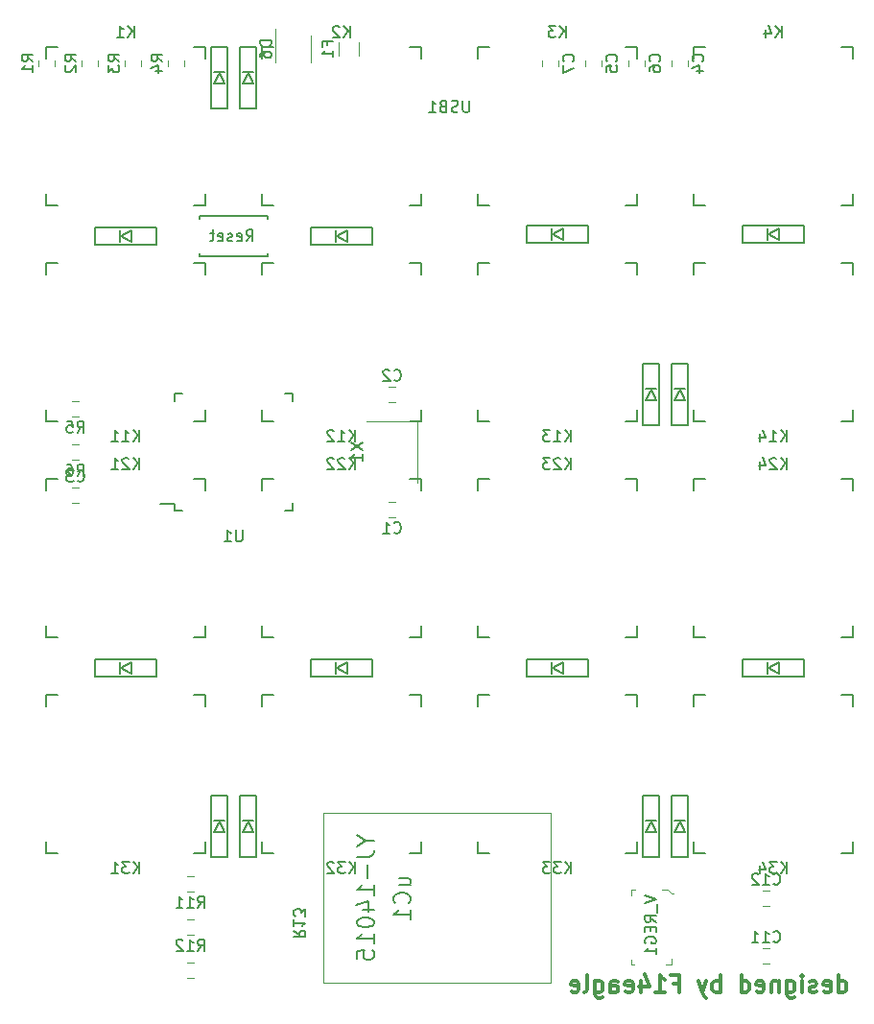
<source format=gbr>
G04 #@! TF.GenerationSoftware,KiCad,Pcbnew,(5.1.2)-2*
G04 #@! TF.CreationDate,2020-01-01T19:17:51+08:00*
G04 #@! TF.ProjectId,redox-receiver,7265646f-782d-4726-9563-65697665722e,rev?*
G04 #@! TF.SameCoordinates,Original*
G04 #@! TF.FileFunction,Legend,Bot*
G04 #@! TF.FilePolarity,Positive*
%FSLAX46Y46*%
G04 Gerber Fmt 4.6, Leading zero omitted, Abs format (unit mm)*
G04 Created by KiCad (PCBNEW (5.1.2)-2) date 2020-01-01 19:17:51*
%MOMM*%
%LPD*%
G04 APERTURE LIST*
%ADD10C,0.300000*%
%ADD11C,0.120000*%
%ADD12C,0.150000*%
%ADD13C,0.100000*%
%ADD14C,0.152400*%
G04 APERTURE END LIST*
D10*
X148624285Y-145458571D02*
X148624285Y-143958571D01*
X148624285Y-145387142D02*
X148767142Y-145458571D01*
X149052857Y-145458571D01*
X149195714Y-145387142D01*
X149267142Y-145315714D01*
X149338571Y-145172857D01*
X149338571Y-144744285D01*
X149267142Y-144601428D01*
X149195714Y-144530000D01*
X149052857Y-144458571D01*
X148767142Y-144458571D01*
X148624285Y-144530000D01*
X147338571Y-145387142D02*
X147481428Y-145458571D01*
X147767142Y-145458571D01*
X147910000Y-145387142D01*
X147981428Y-145244285D01*
X147981428Y-144672857D01*
X147910000Y-144530000D01*
X147767142Y-144458571D01*
X147481428Y-144458571D01*
X147338571Y-144530000D01*
X147267142Y-144672857D01*
X147267142Y-144815714D01*
X147981428Y-144958571D01*
X146695714Y-145387142D02*
X146552857Y-145458571D01*
X146267142Y-145458571D01*
X146124285Y-145387142D01*
X146052857Y-145244285D01*
X146052857Y-145172857D01*
X146124285Y-145030000D01*
X146267142Y-144958571D01*
X146481428Y-144958571D01*
X146624285Y-144887142D01*
X146695714Y-144744285D01*
X146695714Y-144672857D01*
X146624285Y-144530000D01*
X146481428Y-144458571D01*
X146267142Y-144458571D01*
X146124285Y-144530000D01*
X145410000Y-145458571D02*
X145410000Y-144458571D01*
X145410000Y-143958571D02*
X145481428Y-144030000D01*
X145410000Y-144101428D01*
X145338571Y-144030000D01*
X145410000Y-143958571D01*
X145410000Y-144101428D01*
X144052857Y-144458571D02*
X144052857Y-145672857D01*
X144124285Y-145815714D01*
X144195714Y-145887142D01*
X144338571Y-145958571D01*
X144552857Y-145958571D01*
X144695714Y-145887142D01*
X144052857Y-145387142D02*
X144195714Y-145458571D01*
X144481428Y-145458571D01*
X144624285Y-145387142D01*
X144695714Y-145315714D01*
X144767142Y-145172857D01*
X144767142Y-144744285D01*
X144695714Y-144601428D01*
X144624285Y-144530000D01*
X144481428Y-144458571D01*
X144195714Y-144458571D01*
X144052857Y-144530000D01*
X143338571Y-144458571D02*
X143338571Y-145458571D01*
X143338571Y-144601428D02*
X143267142Y-144530000D01*
X143124285Y-144458571D01*
X142910000Y-144458571D01*
X142767142Y-144530000D01*
X142695714Y-144672857D01*
X142695714Y-145458571D01*
X141410000Y-145387142D02*
X141552857Y-145458571D01*
X141838571Y-145458571D01*
X141981428Y-145387142D01*
X142052857Y-145244285D01*
X142052857Y-144672857D01*
X141981428Y-144530000D01*
X141838571Y-144458571D01*
X141552857Y-144458571D01*
X141410000Y-144530000D01*
X141338571Y-144672857D01*
X141338571Y-144815714D01*
X142052857Y-144958571D01*
X140052857Y-145458571D02*
X140052857Y-143958571D01*
X140052857Y-145387142D02*
X140195714Y-145458571D01*
X140481428Y-145458571D01*
X140624285Y-145387142D01*
X140695714Y-145315714D01*
X140767142Y-145172857D01*
X140767142Y-144744285D01*
X140695714Y-144601428D01*
X140624285Y-144530000D01*
X140481428Y-144458571D01*
X140195714Y-144458571D01*
X140052857Y-144530000D01*
X138195714Y-145458571D02*
X138195714Y-143958571D01*
X138195714Y-144530000D02*
X138052857Y-144458571D01*
X137767142Y-144458571D01*
X137624285Y-144530000D01*
X137552857Y-144601428D01*
X137481428Y-144744285D01*
X137481428Y-145172857D01*
X137552857Y-145315714D01*
X137624285Y-145387142D01*
X137767142Y-145458571D01*
X138052857Y-145458571D01*
X138195714Y-145387142D01*
X136981428Y-144458571D02*
X136624285Y-145458571D01*
X136267142Y-144458571D02*
X136624285Y-145458571D01*
X136767142Y-145815714D01*
X136838571Y-145887142D01*
X136981428Y-145958571D01*
X134052857Y-144672857D02*
X134552857Y-144672857D01*
X134552857Y-145458571D02*
X134552857Y-143958571D01*
X133838571Y-143958571D01*
X132481428Y-145458571D02*
X133338571Y-145458571D01*
X132910000Y-145458571D02*
X132910000Y-143958571D01*
X133052857Y-144172857D01*
X133195714Y-144315714D01*
X133338571Y-144387142D01*
X131195714Y-144458571D02*
X131195714Y-145458571D01*
X131552857Y-143887142D02*
X131910000Y-144958571D01*
X130981428Y-144958571D01*
X129838571Y-145387142D02*
X129981428Y-145458571D01*
X130267142Y-145458571D01*
X130410000Y-145387142D01*
X130481428Y-145244285D01*
X130481428Y-144672857D01*
X130410000Y-144530000D01*
X130267142Y-144458571D01*
X129981428Y-144458571D01*
X129838571Y-144530000D01*
X129767142Y-144672857D01*
X129767142Y-144815714D01*
X130481428Y-144958571D01*
X128481428Y-145458571D02*
X128481428Y-144672857D01*
X128552857Y-144530000D01*
X128695714Y-144458571D01*
X128981428Y-144458571D01*
X129124285Y-144530000D01*
X128481428Y-145387142D02*
X128624285Y-145458571D01*
X128981428Y-145458571D01*
X129124285Y-145387142D01*
X129195714Y-145244285D01*
X129195714Y-145101428D01*
X129124285Y-144958571D01*
X128981428Y-144887142D01*
X128624285Y-144887142D01*
X128481428Y-144815714D01*
X127124285Y-144458571D02*
X127124285Y-145672857D01*
X127195714Y-145815714D01*
X127267142Y-145887142D01*
X127410000Y-145958571D01*
X127624285Y-145958571D01*
X127767142Y-145887142D01*
X127124285Y-145387142D02*
X127267142Y-145458571D01*
X127552857Y-145458571D01*
X127695714Y-145387142D01*
X127767142Y-145315714D01*
X127838571Y-145172857D01*
X127838571Y-144744285D01*
X127767142Y-144601428D01*
X127695714Y-144530000D01*
X127552857Y-144458571D01*
X127267142Y-144458571D01*
X127124285Y-144530000D01*
X126195714Y-145458571D02*
X126338571Y-145387142D01*
X126410000Y-145244285D01*
X126410000Y-143958571D01*
X125052857Y-145387142D02*
X125195714Y-145458571D01*
X125481428Y-145458571D01*
X125624285Y-145387142D01*
X125695714Y-145244285D01*
X125695714Y-144672857D01*
X125624285Y-144530000D01*
X125481428Y-144458571D01*
X125195714Y-144458571D01*
X125052857Y-144530000D01*
X124981428Y-144672857D01*
X124981428Y-144815714D01*
X125695714Y-144958571D01*
D11*
X111470000Y-95090000D02*
X111470000Y-100490000D01*
X106970000Y-95090000D02*
X111470000Y-95090000D01*
X106320000Y-61627936D02*
X106320000Y-62832064D01*
X104500000Y-61627936D02*
X104500000Y-62832064D01*
X81018748Y-97080000D02*
X81541252Y-97080000D01*
X81018748Y-98500000D02*
X81541252Y-98500000D01*
X81018748Y-93270000D02*
X81541252Y-93270000D01*
X81018748Y-94690000D02*
X81541252Y-94690000D01*
X90880000Y-63238748D02*
X90880000Y-63761252D01*
X89460000Y-63238748D02*
X89460000Y-63761252D01*
X87070000Y-63238748D02*
X87070000Y-63761252D01*
X85650000Y-63238748D02*
X85650000Y-63761252D01*
X83260000Y-63238748D02*
X83260000Y-63761252D01*
X81840000Y-63238748D02*
X81840000Y-63761252D01*
X79450000Y-63238748D02*
X79450000Y-63761252D01*
X78030000Y-63238748D02*
X78030000Y-63761252D01*
X142501252Y-137870000D02*
X141978748Y-137870000D01*
X142501252Y-136450000D02*
X141978748Y-136450000D01*
X142501252Y-142950000D02*
X141978748Y-142950000D01*
X142501252Y-141530000D02*
X141978748Y-141530000D01*
X122480000Y-63761252D02*
X122480000Y-63238748D01*
X123900000Y-63761252D02*
X123900000Y-63238748D01*
X130100000Y-63761252D02*
X130100000Y-63238748D01*
X131520000Y-63761252D02*
X131520000Y-63238748D01*
X126290000Y-63761252D02*
X126290000Y-63238748D01*
X127710000Y-63761252D02*
X127710000Y-63238748D01*
X133910000Y-63761252D02*
X133910000Y-63238748D01*
X135330000Y-63761252D02*
X135330000Y-63238748D01*
X81541252Y-102310000D02*
X81018748Y-102310000D01*
X81541252Y-100890000D02*
X81018748Y-100890000D01*
X109481252Y-93420000D02*
X108958748Y-93420000D01*
X109481252Y-92000000D02*
X108958748Y-92000000D01*
X108958748Y-102160000D02*
X109481252Y-102160000D01*
X108958748Y-103580000D02*
X109481252Y-103580000D01*
D12*
X90075000Y-102390000D02*
X88800000Y-102390000D01*
X100425000Y-102965000D02*
X99750000Y-102965000D01*
X100425000Y-92615000D02*
X99750000Y-92615000D01*
X90075000Y-92615000D02*
X90750000Y-92615000D01*
X90075000Y-102965000D02*
X90750000Y-102965000D01*
X90075000Y-92615000D02*
X90075000Y-93290000D01*
X100425000Y-92615000D02*
X100425000Y-93290000D01*
X100425000Y-102965000D02*
X100425000Y-102290000D01*
X90075000Y-102965000D02*
X90075000Y-102390000D01*
D11*
X98950000Y-63430000D02*
X98950000Y-60480000D01*
X102050000Y-61030000D02*
X102050000Y-63430000D01*
D12*
X92250000Y-77240000D02*
X92250000Y-76990000D01*
X92250000Y-76990000D02*
X98250000Y-76990000D01*
X98250000Y-76990000D02*
X98250000Y-77240000D01*
X98250000Y-80240000D02*
X98250000Y-80490000D01*
X98250000Y-80490000D02*
X92250000Y-80490000D01*
X92250000Y-80490000D02*
X92250000Y-80240000D01*
D13*
X123190000Y-129661920D02*
X123190000Y-144658080D01*
X123190000Y-144658080D02*
X103190040Y-144658080D01*
X103190040Y-144658080D02*
X103190040Y-129661920D01*
X103190040Y-129661920D02*
X123190000Y-129661920D01*
X130305000Y-142975000D02*
X130605000Y-142975000D01*
X130305000Y-142600000D02*
X130305000Y-142975000D01*
X130305000Y-136425000D02*
X130705000Y-136425000D01*
X130305000Y-136925000D02*
X130305000Y-136425000D01*
X133855000Y-142975000D02*
X133855000Y-142525000D01*
X133380000Y-142975000D02*
X133855000Y-142975000D01*
X133855000Y-136725000D02*
X134050000Y-136725000D01*
X133530000Y-136425000D02*
X133855000Y-136725000D01*
X133055000Y-136425000D02*
X133530000Y-136425000D01*
D11*
X91178748Y-142800000D02*
X91701252Y-142800000D01*
X91178748Y-144220000D02*
X91701252Y-144220000D01*
X91178748Y-138990000D02*
X91701252Y-138990000D01*
X91178748Y-140410000D02*
X91701252Y-140410000D01*
X91178748Y-135180000D02*
X91701252Y-135180000D01*
X91178748Y-136600000D02*
X91701252Y-136600000D01*
D12*
X149875000Y-119206000D02*
X149875000Y-120206000D01*
X148875000Y-119206000D02*
X149875000Y-119206000D01*
X149875000Y-133206000D02*
X148875000Y-133206000D01*
X149875000Y-132206000D02*
X149875000Y-133206000D01*
X135875000Y-133206000D02*
X135875000Y-132206000D01*
X136875000Y-133206000D02*
X135875000Y-133206000D01*
X135875000Y-119206000D02*
X136875000Y-119206000D01*
X135875000Y-120206000D02*
X135875000Y-119206000D01*
X130825000Y-119206000D02*
X130825000Y-120206000D01*
X129825000Y-119206000D02*
X130825000Y-119206000D01*
X130825000Y-133206000D02*
X129825000Y-133206000D01*
X130825000Y-132206000D02*
X130825000Y-133206000D01*
X116825000Y-133206000D02*
X116825000Y-132206000D01*
X117825000Y-133206000D02*
X116825000Y-133206000D01*
X116825000Y-119206000D02*
X117825000Y-119206000D01*
X116825000Y-120206000D02*
X116825000Y-119206000D01*
X111775000Y-119206000D02*
X111775000Y-120206000D01*
X110775000Y-119206000D02*
X111775000Y-119206000D01*
X111775000Y-133206000D02*
X110775000Y-133206000D01*
X111775000Y-132206000D02*
X111775000Y-133206000D01*
X97775000Y-133206000D02*
X97775000Y-132206000D01*
X98775000Y-133206000D02*
X97775000Y-133206000D01*
X97775000Y-119206000D02*
X98775000Y-119206000D01*
X97775000Y-120206000D02*
X97775000Y-119206000D01*
X92725000Y-119206000D02*
X92725000Y-120206000D01*
X91725000Y-119206000D02*
X92725000Y-119206000D01*
X92725000Y-133206000D02*
X91725000Y-133206000D01*
X92725000Y-132206000D02*
X92725000Y-133206000D01*
X78725000Y-133206000D02*
X78725000Y-132206000D01*
X79725000Y-133206000D02*
X78725000Y-133206000D01*
X78725000Y-119206000D02*
X79725000Y-119206000D01*
X78725000Y-120206000D02*
X78725000Y-119206000D01*
X135875000Y-114156000D02*
X135875000Y-113156000D01*
X136875000Y-114156000D02*
X135875000Y-114156000D01*
X135875000Y-100156000D02*
X136875000Y-100156000D01*
X135875000Y-101156000D02*
X135875000Y-100156000D01*
X149875000Y-100156000D02*
X149875000Y-101156000D01*
X148875000Y-100156000D02*
X149875000Y-100156000D01*
X149875000Y-114156000D02*
X148875000Y-114156000D01*
X149875000Y-113156000D02*
X149875000Y-114156000D01*
X116825000Y-114156000D02*
X116825000Y-113156000D01*
X117825000Y-114156000D02*
X116825000Y-114156000D01*
X116825000Y-100156000D02*
X117825000Y-100156000D01*
X116825000Y-101156000D02*
X116825000Y-100156000D01*
X130825000Y-100156000D02*
X130825000Y-101156000D01*
X129825000Y-100156000D02*
X130825000Y-100156000D01*
X130825000Y-114156000D02*
X129825000Y-114156000D01*
X130825000Y-113156000D02*
X130825000Y-114156000D01*
X97775000Y-114156000D02*
X97775000Y-113156000D01*
X98775000Y-114156000D02*
X97775000Y-114156000D01*
X97775000Y-100156000D02*
X98775000Y-100156000D01*
X97775000Y-101156000D02*
X97775000Y-100156000D01*
X111775000Y-100156000D02*
X111775000Y-101156000D01*
X110775000Y-100156000D02*
X111775000Y-100156000D01*
X111775000Y-114156000D02*
X110775000Y-114156000D01*
X111775000Y-113156000D02*
X111775000Y-114156000D01*
X78725000Y-114156000D02*
X78725000Y-113156000D01*
X79725000Y-114156000D02*
X78725000Y-114156000D01*
X78725000Y-100156000D02*
X79725000Y-100156000D01*
X78725000Y-101156000D02*
X78725000Y-100156000D01*
X92725000Y-100156000D02*
X92725000Y-101156000D01*
X91725000Y-100156000D02*
X92725000Y-100156000D01*
X92725000Y-114156000D02*
X91725000Y-114156000D01*
X92725000Y-113156000D02*
X92725000Y-114156000D01*
X149875000Y-81106200D02*
X149875000Y-82106200D01*
X148875000Y-81106200D02*
X149875000Y-81106200D01*
X149875000Y-95106200D02*
X148875000Y-95106200D01*
X149875000Y-94106200D02*
X149875000Y-95106200D01*
X135875000Y-95106200D02*
X135875000Y-94106200D01*
X136875000Y-95106200D02*
X135875000Y-95106200D01*
X135875000Y-81106200D02*
X136875000Y-81106200D01*
X135875000Y-82106200D02*
X135875000Y-81106200D01*
X130825000Y-81106200D02*
X130825000Y-82106200D01*
X129825000Y-81106200D02*
X130825000Y-81106200D01*
X130825000Y-95106200D02*
X129825000Y-95106200D01*
X130825000Y-94106200D02*
X130825000Y-95106200D01*
X116825000Y-95106200D02*
X116825000Y-94106200D01*
X117825000Y-95106200D02*
X116825000Y-95106200D01*
X116825000Y-81106200D02*
X117825000Y-81106200D01*
X116825000Y-82106200D02*
X116825000Y-81106200D01*
X111775000Y-81106200D02*
X111775000Y-82106200D01*
X110775000Y-81106200D02*
X111775000Y-81106200D01*
X111775000Y-95106200D02*
X110775000Y-95106200D01*
X111775000Y-94106200D02*
X111775000Y-95106200D01*
X97775000Y-95106200D02*
X97775000Y-94106200D01*
X98775000Y-95106200D02*
X97775000Y-95106200D01*
X97775000Y-81106200D02*
X98775000Y-81106200D01*
X97775000Y-82106200D02*
X97775000Y-81106200D01*
X92725000Y-81106200D02*
X92725000Y-82106200D01*
X91725000Y-81106200D02*
X92725000Y-81106200D01*
X92725000Y-95106200D02*
X91725000Y-95106200D01*
X92725000Y-94106200D02*
X92725000Y-95106200D01*
X78725000Y-95106200D02*
X78725000Y-94106200D01*
X79725000Y-95106200D02*
X78725000Y-95106200D01*
X78725000Y-81106200D02*
X79725000Y-81106200D01*
X78725000Y-82106200D02*
X78725000Y-81106200D01*
X135875000Y-76056200D02*
X135875000Y-75056200D01*
X136875000Y-76056200D02*
X135875000Y-76056200D01*
X135875000Y-62056200D02*
X136875000Y-62056200D01*
X135875000Y-63056200D02*
X135875000Y-62056200D01*
X149875000Y-62056200D02*
X149875000Y-63056200D01*
X148875000Y-62056200D02*
X149875000Y-62056200D01*
X149875000Y-76056200D02*
X148875000Y-76056200D01*
X149875000Y-75056200D02*
X149875000Y-76056200D01*
X116825000Y-76056200D02*
X116825000Y-75056200D01*
X117825000Y-76056200D02*
X116825000Y-76056200D01*
X116825000Y-62056200D02*
X117825000Y-62056200D01*
X116825000Y-63056200D02*
X116825000Y-62056200D01*
X130825000Y-62056200D02*
X130825000Y-63056200D01*
X129825000Y-62056200D02*
X130825000Y-62056200D01*
X130825000Y-76056200D02*
X129825000Y-76056200D01*
X130825000Y-75056200D02*
X130825000Y-76056200D01*
X97775000Y-76056200D02*
X97775000Y-75056200D01*
X98775000Y-76056200D02*
X97775000Y-76056200D01*
X97775000Y-62056200D02*
X98775000Y-62056200D01*
X97775000Y-63056200D02*
X97775000Y-62056200D01*
X111775000Y-62056200D02*
X111775000Y-63056200D01*
X110775000Y-62056200D02*
X111775000Y-62056200D01*
X111775000Y-76056200D02*
X110775000Y-76056200D01*
X111775000Y-75056200D02*
X111775000Y-76056200D01*
X78725000Y-76056200D02*
X78725000Y-75056200D01*
X79725000Y-76056200D02*
X78725000Y-76056200D01*
X78725000Y-62056200D02*
X79725000Y-62056200D01*
X78725000Y-63056200D02*
X78725000Y-62056200D01*
X92725000Y-62056200D02*
X92725000Y-63056200D01*
X91725000Y-62056200D02*
X92725000Y-62056200D01*
X92725000Y-76056200D02*
X91725000Y-76056200D01*
X92725000Y-75056200D02*
X92725000Y-76056200D01*
X133870000Y-133510000D02*
X135370000Y-133510000D01*
X133870000Y-128110000D02*
X133870000Y-133510000D01*
X135370000Y-128110000D02*
X133870000Y-128110000D01*
X135370000Y-133510000D02*
X135370000Y-128110000D01*
X134120000Y-131310000D02*
X134620000Y-130410000D01*
X135120000Y-131310000D02*
X134120000Y-131310000D01*
X134620000Y-130410000D02*
X135120000Y-131310000D01*
X135120000Y-130310000D02*
X134120000Y-130310000D01*
X131330000Y-133510000D02*
X132830000Y-133510000D01*
X131330000Y-128110000D02*
X131330000Y-133510000D01*
X132830000Y-128110000D02*
X131330000Y-128110000D01*
X132830000Y-133510000D02*
X132830000Y-128110000D01*
X131580000Y-131310000D02*
X132080000Y-130410000D01*
X132580000Y-131310000D02*
X131580000Y-131310000D01*
X132080000Y-130410000D02*
X132580000Y-131310000D01*
X132580000Y-130310000D02*
X131580000Y-130310000D01*
X95770000Y-133510000D02*
X97270000Y-133510000D01*
X95770000Y-128110000D02*
X95770000Y-133510000D01*
X97270000Y-128110000D02*
X95770000Y-128110000D01*
X97270000Y-133510000D02*
X97270000Y-128110000D01*
X96020000Y-131310000D02*
X96520000Y-130410000D01*
X97020000Y-131310000D02*
X96020000Y-131310000D01*
X96520000Y-130410000D02*
X97020000Y-131310000D01*
X97020000Y-130310000D02*
X96020000Y-130310000D01*
X93230000Y-133510000D02*
X94730000Y-133510000D01*
X93230000Y-128110000D02*
X93230000Y-133510000D01*
X94730000Y-128110000D02*
X93230000Y-128110000D01*
X94730000Y-133510000D02*
X94730000Y-128110000D01*
X93480000Y-131310000D02*
X93980000Y-130410000D01*
X94480000Y-131310000D02*
X93480000Y-131310000D01*
X93980000Y-130410000D02*
X94480000Y-131310000D01*
X94480000Y-130310000D02*
X93480000Y-130310000D01*
X145575000Y-117590000D02*
X145575000Y-116090000D01*
X140175000Y-117590000D02*
X145575000Y-117590000D01*
X140175000Y-116090000D02*
X140175000Y-117590000D01*
X145575000Y-116090000D02*
X140175000Y-116090000D01*
X143375000Y-117340000D02*
X142475000Y-116840000D01*
X143375000Y-116340000D02*
X143375000Y-117340000D01*
X142475000Y-116840000D02*
X143375000Y-116340000D01*
X142375000Y-116340000D02*
X142375000Y-117340000D01*
X126492000Y-117590000D02*
X126492000Y-116090000D01*
X121092000Y-117590000D02*
X126492000Y-117590000D01*
X121092000Y-116090000D02*
X121092000Y-117590000D01*
X126492000Y-116090000D02*
X121092000Y-116090000D01*
X124292000Y-117340000D02*
X123392000Y-116840000D01*
X124292000Y-116340000D02*
X124292000Y-117340000D01*
X123392000Y-116840000D02*
X124292000Y-116340000D01*
X123292000Y-116340000D02*
X123292000Y-117340000D01*
X107475000Y-117590000D02*
X107475000Y-116090000D01*
X102075000Y-117590000D02*
X107475000Y-117590000D01*
X102075000Y-116090000D02*
X102075000Y-117590000D01*
X107475000Y-116090000D02*
X102075000Y-116090000D01*
X105275000Y-117340000D02*
X104375000Y-116840000D01*
X105275000Y-116340000D02*
X105275000Y-117340000D01*
X104375000Y-116840000D02*
X105275000Y-116340000D01*
X104275000Y-116340000D02*
X104275000Y-117340000D01*
X88425000Y-117590000D02*
X88425000Y-116090000D01*
X83025000Y-117590000D02*
X88425000Y-117590000D01*
X83025000Y-116090000D02*
X83025000Y-117590000D01*
X88425000Y-116090000D02*
X83025000Y-116090000D01*
X86225000Y-117340000D02*
X85325000Y-116840000D01*
X86225000Y-116340000D02*
X86225000Y-117340000D01*
X85325000Y-116840000D02*
X86225000Y-116340000D01*
X85225000Y-116340000D02*
X85225000Y-117340000D01*
X133870000Y-95410000D02*
X135370000Y-95410000D01*
X133870000Y-90010000D02*
X133870000Y-95410000D01*
X135370000Y-90010000D02*
X133870000Y-90010000D01*
X135370000Y-95410000D02*
X135370000Y-90010000D01*
X134120000Y-93210000D02*
X134620000Y-92310000D01*
X135120000Y-93210000D02*
X134120000Y-93210000D01*
X134620000Y-92310000D02*
X135120000Y-93210000D01*
X135120000Y-92210000D02*
X134120000Y-92210000D01*
X131330000Y-95410000D02*
X132830000Y-95410000D01*
X131330000Y-90010000D02*
X131330000Y-95410000D01*
X132830000Y-90010000D02*
X131330000Y-90010000D01*
X132830000Y-95410000D02*
X132830000Y-90010000D01*
X131580000Y-93210000D02*
X132080000Y-92310000D01*
X132580000Y-93210000D02*
X131580000Y-93210000D01*
X132080000Y-92310000D02*
X132580000Y-93210000D01*
X132580000Y-92210000D02*
X131580000Y-92210000D01*
X107475000Y-79490000D02*
X107475000Y-77990000D01*
X102075000Y-79490000D02*
X107475000Y-79490000D01*
X102075000Y-77990000D02*
X102075000Y-79490000D01*
X107475000Y-77990000D02*
X102075000Y-77990000D01*
X105275000Y-79240000D02*
X104375000Y-78740000D01*
X105275000Y-78240000D02*
X105275000Y-79240000D01*
X104375000Y-78740000D02*
X105275000Y-78240000D01*
X104275000Y-78240000D02*
X104275000Y-79240000D01*
X88425000Y-79490000D02*
X88425000Y-77990000D01*
X83025000Y-79490000D02*
X88425000Y-79490000D01*
X83025000Y-77990000D02*
X83025000Y-79490000D01*
X88425000Y-77990000D02*
X83025000Y-77990000D01*
X86225000Y-79240000D02*
X85325000Y-78740000D01*
X86225000Y-78240000D02*
X86225000Y-79240000D01*
X85325000Y-78740000D02*
X86225000Y-78240000D01*
X85225000Y-78240000D02*
X85225000Y-79240000D01*
X145575000Y-79331200D02*
X145575000Y-77831200D01*
X140175000Y-79331200D02*
X145575000Y-79331200D01*
X140175000Y-77831200D02*
X140175000Y-79331200D01*
X145575000Y-77831200D02*
X140175000Y-77831200D01*
X143375000Y-79081200D02*
X142475000Y-78581200D01*
X143375000Y-78081200D02*
X143375000Y-79081200D01*
X142475000Y-78581200D02*
X143375000Y-78081200D01*
X142375000Y-78081200D02*
X142375000Y-79081200D01*
X126525000Y-79331200D02*
X126525000Y-77831200D01*
X121125000Y-79331200D02*
X126525000Y-79331200D01*
X121125000Y-77831200D02*
X121125000Y-79331200D01*
X126525000Y-77831200D02*
X121125000Y-77831200D01*
X124325000Y-79081200D02*
X123425000Y-78581200D01*
X124325000Y-78081200D02*
X124325000Y-79081200D01*
X123425000Y-78581200D02*
X124325000Y-78081200D01*
X123325000Y-78081200D02*
X123325000Y-79081200D01*
X95770000Y-67470000D02*
X97270000Y-67470000D01*
X95770000Y-62070000D02*
X95770000Y-67470000D01*
X97270000Y-62070000D02*
X95770000Y-62070000D01*
X97270000Y-67470000D02*
X97270000Y-62070000D01*
X96020000Y-65270000D02*
X96520000Y-64370000D01*
X97020000Y-65270000D02*
X96020000Y-65270000D01*
X96520000Y-64370000D02*
X97020000Y-65270000D01*
X97020000Y-64270000D02*
X96020000Y-64270000D01*
X93230000Y-67470000D02*
X94730000Y-67470000D01*
X93230000Y-62070000D02*
X93230000Y-67470000D01*
X94730000Y-62070000D02*
X93230000Y-62070000D01*
X94730000Y-67470000D02*
X94730000Y-62070000D01*
X93480000Y-65270000D02*
X93980000Y-64370000D01*
X94480000Y-65270000D02*
X93480000Y-65270000D01*
X93980000Y-64370000D02*
X94480000Y-65270000D01*
X94480000Y-64270000D02*
X93480000Y-64270000D01*
X105622380Y-96980476D02*
X106622380Y-97647142D01*
X105622380Y-97647142D02*
X106622380Y-96980476D01*
X106622380Y-98551904D02*
X106622380Y-97980476D01*
X106622380Y-98266190D02*
X105622380Y-98266190D01*
X105765238Y-98170952D01*
X105860476Y-98075714D01*
X105908095Y-97980476D01*
X103518571Y-61896666D02*
X103518571Y-61563333D01*
X104042380Y-61563333D02*
X103042380Y-61563333D01*
X103042380Y-62039523D01*
X104042380Y-62944285D02*
X104042380Y-62372857D01*
X104042380Y-62658571D02*
X103042380Y-62658571D01*
X103185238Y-62563333D01*
X103280476Y-62468095D01*
X103328095Y-62372857D01*
X81446666Y-99892380D02*
X81780000Y-99416190D01*
X82018095Y-99892380D02*
X82018095Y-98892380D01*
X81637142Y-98892380D01*
X81541904Y-98940000D01*
X81494285Y-98987619D01*
X81446666Y-99082857D01*
X81446666Y-99225714D01*
X81494285Y-99320952D01*
X81541904Y-99368571D01*
X81637142Y-99416190D01*
X82018095Y-99416190D01*
X80589523Y-98892380D02*
X80780000Y-98892380D01*
X80875238Y-98940000D01*
X80922857Y-98987619D01*
X81018095Y-99130476D01*
X81065714Y-99320952D01*
X81065714Y-99701904D01*
X81018095Y-99797142D01*
X80970476Y-99844761D01*
X80875238Y-99892380D01*
X80684761Y-99892380D01*
X80589523Y-99844761D01*
X80541904Y-99797142D01*
X80494285Y-99701904D01*
X80494285Y-99463809D01*
X80541904Y-99368571D01*
X80589523Y-99320952D01*
X80684761Y-99273333D01*
X80875238Y-99273333D01*
X80970476Y-99320952D01*
X81018095Y-99368571D01*
X81065714Y-99463809D01*
X81446666Y-96082380D02*
X81780000Y-95606190D01*
X82018095Y-96082380D02*
X82018095Y-95082380D01*
X81637142Y-95082380D01*
X81541904Y-95130000D01*
X81494285Y-95177619D01*
X81446666Y-95272857D01*
X81446666Y-95415714D01*
X81494285Y-95510952D01*
X81541904Y-95558571D01*
X81637142Y-95606190D01*
X82018095Y-95606190D01*
X80541904Y-95082380D02*
X81018095Y-95082380D01*
X81065714Y-95558571D01*
X81018095Y-95510952D01*
X80922857Y-95463333D01*
X80684761Y-95463333D01*
X80589523Y-95510952D01*
X80541904Y-95558571D01*
X80494285Y-95653809D01*
X80494285Y-95891904D01*
X80541904Y-95987142D01*
X80589523Y-96034761D01*
X80684761Y-96082380D01*
X80922857Y-96082380D01*
X81018095Y-96034761D01*
X81065714Y-95987142D01*
X88972380Y-63333333D02*
X88496190Y-63000000D01*
X88972380Y-62761904D02*
X87972380Y-62761904D01*
X87972380Y-63142857D01*
X88020000Y-63238095D01*
X88067619Y-63285714D01*
X88162857Y-63333333D01*
X88305714Y-63333333D01*
X88400952Y-63285714D01*
X88448571Y-63238095D01*
X88496190Y-63142857D01*
X88496190Y-62761904D01*
X88305714Y-64190476D02*
X88972380Y-64190476D01*
X87924761Y-63952380D02*
X88639047Y-63714285D01*
X88639047Y-64333333D01*
X85162380Y-63333333D02*
X84686190Y-63000000D01*
X85162380Y-62761904D02*
X84162380Y-62761904D01*
X84162380Y-63142857D01*
X84210000Y-63238095D01*
X84257619Y-63285714D01*
X84352857Y-63333333D01*
X84495714Y-63333333D01*
X84590952Y-63285714D01*
X84638571Y-63238095D01*
X84686190Y-63142857D01*
X84686190Y-62761904D01*
X84162380Y-63666666D02*
X84162380Y-64285714D01*
X84543333Y-63952380D01*
X84543333Y-64095238D01*
X84590952Y-64190476D01*
X84638571Y-64238095D01*
X84733809Y-64285714D01*
X84971904Y-64285714D01*
X85067142Y-64238095D01*
X85114761Y-64190476D01*
X85162380Y-64095238D01*
X85162380Y-63809523D01*
X85114761Y-63714285D01*
X85067142Y-63666666D01*
X81352380Y-63333333D02*
X80876190Y-63000000D01*
X81352380Y-62761904D02*
X80352380Y-62761904D01*
X80352380Y-63142857D01*
X80400000Y-63238095D01*
X80447619Y-63285714D01*
X80542857Y-63333333D01*
X80685714Y-63333333D01*
X80780952Y-63285714D01*
X80828571Y-63238095D01*
X80876190Y-63142857D01*
X80876190Y-62761904D01*
X80447619Y-63714285D02*
X80400000Y-63761904D01*
X80352380Y-63857142D01*
X80352380Y-64095238D01*
X80400000Y-64190476D01*
X80447619Y-64238095D01*
X80542857Y-64285714D01*
X80638095Y-64285714D01*
X80780952Y-64238095D01*
X81352380Y-63666666D01*
X81352380Y-64285714D01*
X77542380Y-63333333D02*
X77066190Y-63000000D01*
X77542380Y-62761904D02*
X76542380Y-62761904D01*
X76542380Y-63142857D01*
X76590000Y-63238095D01*
X76637619Y-63285714D01*
X76732857Y-63333333D01*
X76875714Y-63333333D01*
X76970952Y-63285714D01*
X77018571Y-63238095D01*
X77066190Y-63142857D01*
X77066190Y-62761904D01*
X77542380Y-64285714D02*
X77542380Y-63714285D01*
X77542380Y-64000000D02*
X76542380Y-64000000D01*
X76685238Y-63904761D01*
X76780476Y-63809523D01*
X76828095Y-63714285D01*
X142882857Y-135867142D02*
X142930476Y-135914761D01*
X143073333Y-135962380D01*
X143168571Y-135962380D01*
X143311428Y-135914761D01*
X143406666Y-135819523D01*
X143454285Y-135724285D01*
X143501904Y-135533809D01*
X143501904Y-135390952D01*
X143454285Y-135200476D01*
X143406666Y-135105238D01*
X143311428Y-135010000D01*
X143168571Y-134962380D01*
X143073333Y-134962380D01*
X142930476Y-135010000D01*
X142882857Y-135057619D01*
X141930476Y-135962380D02*
X142501904Y-135962380D01*
X142216190Y-135962380D02*
X142216190Y-134962380D01*
X142311428Y-135105238D01*
X142406666Y-135200476D01*
X142501904Y-135248095D01*
X141549523Y-135057619D02*
X141501904Y-135010000D01*
X141406666Y-134962380D01*
X141168571Y-134962380D01*
X141073333Y-135010000D01*
X141025714Y-135057619D01*
X140978095Y-135152857D01*
X140978095Y-135248095D01*
X141025714Y-135390952D01*
X141597142Y-135962380D01*
X140978095Y-135962380D01*
X142882857Y-140947142D02*
X142930476Y-140994761D01*
X143073333Y-141042380D01*
X143168571Y-141042380D01*
X143311428Y-140994761D01*
X143406666Y-140899523D01*
X143454285Y-140804285D01*
X143501904Y-140613809D01*
X143501904Y-140470952D01*
X143454285Y-140280476D01*
X143406666Y-140185238D01*
X143311428Y-140090000D01*
X143168571Y-140042380D01*
X143073333Y-140042380D01*
X142930476Y-140090000D01*
X142882857Y-140137619D01*
X141930476Y-141042380D02*
X142501904Y-141042380D01*
X142216190Y-141042380D02*
X142216190Y-140042380D01*
X142311428Y-140185238D01*
X142406666Y-140280476D01*
X142501904Y-140328095D01*
X140978095Y-141042380D02*
X141549523Y-141042380D01*
X141263809Y-141042380D02*
X141263809Y-140042380D01*
X141359047Y-140185238D01*
X141454285Y-140280476D01*
X141549523Y-140328095D01*
X125197142Y-63333333D02*
X125244761Y-63285714D01*
X125292380Y-63142857D01*
X125292380Y-63047619D01*
X125244761Y-62904761D01*
X125149523Y-62809523D01*
X125054285Y-62761904D01*
X124863809Y-62714285D01*
X124720952Y-62714285D01*
X124530476Y-62761904D01*
X124435238Y-62809523D01*
X124340000Y-62904761D01*
X124292380Y-63047619D01*
X124292380Y-63142857D01*
X124340000Y-63285714D01*
X124387619Y-63333333D01*
X124292380Y-63666666D02*
X124292380Y-64333333D01*
X125292380Y-63904761D01*
X132817142Y-63333333D02*
X132864761Y-63285714D01*
X132912380Y-63142857D01*
X132912380Y-63047619D01*
X132864761Y-62904761D01*
X132769523Y-62809523D01*
X132674285Y-62761904D01*
X132483809Y-62714285D01*
X132340952Y-62714285D01*
X132150476Y-62761904D01*
X132055238Y-62809523D01*
X131960000Y-62904761D01*
X131912380Y-63047619D01*
X131912380Y-63142857D01*
X131960000Y-63285714D01*
X132007619Y-63333333D01*
X131912380Y-64190476D02*
X131912380Y-64000000D01*
X131960000Y-63904761D01*
X132007619Y-63857142D01*
X132150476Y-63761904D01*
X132340952Y-63714285D01*
X132721904Y-63714285D01*
X132817142Y-63761904D01*
X132864761Y-63809523D01*
X132912380Y-63904761D01*
X132912380Y-64095238D01*
X132864761Y-64190476D01*
X132817142Y-64238095D01*
X132721904Y-64285714D01*
X132483809Y-64285714D01*
X132388571Y-64238095D01*
X132340952Y-64190476D01*
X132293333Y-64095238D01*
X132293333Y-63904761D01*
X132340952Y-63809523D01*
X132388571Y-63761904D01*
X132483809Y-63714285D01*
X129007142Y-63333333D02*
X129054761Y-63285714D01*
X129102380Y-63142857D01*
X129102380Y-63047619D01*
X129054761Y-62904761D01*
X128959523Y-62809523D01*
X128864285Y-62761904D01*
X128673809Y-62714285D01*
X128530952Y-62714285D01*
X128340476Y-62761904D01*
X128245238Y-62809523D01*
X128150000Y-62904761D01*
X128102380Y-63047619D01*
X128102380Y-63142857D01*
X128150000Y-63285714D01*
X128197619Y-63333333D01*
X128102380Y-64238095D02*
X128102380Y-63761904D01*
X128578571Y-63714285D01*
X128530952Y-63761904D01*
X128483333Y-63857142D01*
X128483333Y-64095238D01*
X128530952Y-64190476D01*
X128578571Y-64238095D01*
X128673809Y-64285714D01*
X128911904Y-64285714D01*
X129007142Y-64238095D01*
X129054761Y-64190476D01*
X129102380Y-64095238D01*
X129102380Y-63857142D01*
X129054761Y-63761904D01*
X129007142Y-63714285D01*
X136627142Y-63333333D02*
X136674761Y-63285714D01*
X136722380Y-63142857D01*
X136722380Y-63047619D01*
X136674761Y-62904761D01*
X136579523Y-62809523D01*
X136484285Y-62761904D01*
X136293809Y-62714285D01*
X136150952Y-62714285D01*
X135960476Y-62761904D01*
X135865238Y-62809523D01*
X135770000Y-62904761D01*
X135722380Y-63047619D01*
X135722380Y-63142857D01*
X135770000Y-63285714D01*
X135817619Y-63333333D01*
X136055714Y-64190476D02*
X136722380Y-64190476D01*
X135674761Y-63952380D02*
X136389047Y-63714285D01*
X136389047Y-64333333D01*
X81446666Y-100307142D02*
X81494285Y-100354761D01*
X81637142Y-100402380D01*
X81732380Y-100402380D01*
X81875238Y-100354761D01*
X81970476Y-100259523D01*
X82018095Y-100164285D01*
X82065714Y-99973809D01*
X82065714Y-99830952D01*
X82018095Y-99640476D01*
X81970476Y-99545238D01*
X81875238Y-99450000D01*
X81732380Y-99402380D01*
X81637142Y-99402380D01*
X81494285Y-99450000D01*
X81446666Y-99497619D01*
X81113333Y-99402380D02*
X80494285Y-99402380D01*
X80827619Y-99783333D01*
X80684761Y-99783333D01*
X80589523Y-99830952D01*
X80541904Y-99878571D01*
X80494285Y-99973809D01*
X80494285Y-100211904D01*
X80541904Y-100307142D01*
X80589523Y-100354761D01*
X80684761Y-100402380D01*
X80970476Y-100402380D01*
X81065714Y-100354761D01*
X81113333Y-100307142D01*
X109386666Y-91417142D02*
X109434285Y-91464761D01*
X109577142Y-91512380D01*
X109672380Y-91512380D01*
X109815238Y-91464761D01*
X109910476Y-91369523D01*
X109958095Y-91274285D01*
X110005714Y-91083809D01*
X110005714Y-90940952D01*
X109958095Y-90750476D01*
X109910476Y-90655238D01*
X109815238Y-90560000D01*
X109672380Y-90512380D01*
X109577142Y-90512380D01*
X109434285Y-90560000D01*
X109386666Y-90607619D01*
X109005714Y-90607619D02*
X108958095Y-90560000D01*
X108862857Y-90512380D01*
X108624761Y-90512380D01*
X108529523Y-90560000D01*
X108481904Y-90607619D01*
X108434285Y-90702857D01*
X108434285Y-90798095D01*
X108481904Y-90940952D01*
X109053333Y-91512380D01*
X108434285Y-91512380D01*
X109386666Y-104877142D02*
X109434285Y-104924761D01*
X109577142Y-104972380D01*
X109672380Y-104972380D01*
X109815238Y-104924761D01*
X109910476Y-104829523D01*
X109958095Y-104734285D01*
X110005714Y-104543809D01*
X110005714Y-104400952D01*
X109958095Y-104210476D01*
X109910476Y-104115238D01*
X109815238Y-104020000D01*
X109672380Y-103972380D01*
X109577142Y-103972380D01*
X109434285Y-104020000D01*
X109386666Y-104067619D01*
X108434285Y-104972380D02*
X109005714Y-104972380D01*
X108720000Y-104972380D02*
X108720000Y-103972380D01*
X108815238Y-104115238D01*
X108910476Y-104210476D01*
X109005714Y-104258095D01*
X96011904Y-104692380D02*
X96011904Y-105501904D01*
X95964285Y-105597142D01*
X95916666Y-105644761D01*
X95821428Y-105692380D01*
X95630952Y-105692380D01*
X95535714Y-105644761D01*
X95488095Y-105597142D01*
X95440476Y-105501904D01*
X95440476Y-104692380D01*
X94440476Y-105692380D02*
X95011904Y-105692380D01*
X94726190Y-105692380D02*
X94726190Y-104692380D01*
X94821428Y-104835238D01*
X94916666Y-104930476D01*
X95011904Y-104978095D01*
X98572380Y-61511904D02*
X97572380Y-61511904D01*
X97572380Y-61750000D01*
X97620000Y-61892857D01*
X97715238Y-61988095D01*
X97810476Y-62035714D01*
X98000952Y-62083333D01*
X98143809Y-62083333D01*
X98334285Y-62035714D01*
X98429523Y-61988095D01*
X98524761Y-61892857D01*
X98572380Y-61750000D01*
X98572380Y-61511904D01*
X97572380Y-62940476D02*
X97572380Y-62750000D01*
X97620000Y-62654761D01*
X97667619Y-62607142D01*
X97810476Y-62511904D01*
X98000952Y-62464285D01*
X98381904Y-62464285D01*
X98477142Y-62511904D01*
X98524761Y-62559523D01*
X98572380Y-62654761D01*
X98572380Y-62845238D01*
X98524761Y-62940476D01*
X98477142Y-62988095D01*
X98381904Y-63035714D01*
X98143809Y-63035714D01*
X98048571Y-62988095D01*
X98000952Y-62940476D01*
X97953333Y-62845238D01*
X97953333Y-62654761D01*
X98000952Y-62559523D01*
X98048571Y-62511904D01*
X98143809Y-62464285D01*
X96361095Y-79192380D02*
X96694428Y-78716190D01*
X96932523Y-79192380D02*
X96932523Y-78192380D01*
X96551571Y-78192380D01*
X96456333Y-78240000D01*
X96408714Y-78287619D01*
X96361095Y-78382857D01*
X96361095Y-78525714D01*
X96408714Y-78620952D01*
X96456333Y-78668571D01*
X96551571Y-78716190D01*
X96932523Y-78716190D01*
X95551571Y-79144761D02*
X95646809Y-79192380D01*
X95837285Y-79192380D01*
X95932523Y-79144761D01*
X95980142Y-79049523D01*
X95980142Y-78668571D01*
X95932523Y-78573333D01*
X95837285Y-78525714D01*
X95646809Y-78525714D01*
X95551571Y-78573333D01*
X95503952Y-78668571D01*
X95503952Y-78763809D01*
X95980142Y-78859047D01*
X95123000Y-79144761D02*
X95027761Y-79192380D01*
X94837285Y-79192380D01*
X94742047Y-79144761D01*
X94694428Y-79049523D01*
X94694428Y-79001904D01*
X94742047Y-78906666D01*
X94837285Y-78859047D01*
X94980142Y-78859047D01*
X95075380Y-78811428D01*
X95123000Y-78716190D01*
X95123000Y-78668571D01*
X95075380Y-78573333D01*
X94980142Y-78525714D01*
X94837285Y-78525714D01*
X94742047Y-78573333D01*
X93884904Y-79144761D02*
X93980142Y-79192380D01*
X94170619Y-79192380D01*
X94265857Y-79144761D01*
X94313476Y-79049523D01*
X94313476Y-78668571D01*
X94265857Y-78573333D01*
X94170619Y-78525714D01*
X93980142Y-78525714D01*
X93884904Y-78573333D01*
X93837285Y-78668571D01*
X93837285Y-78763809D01*
X94313476Y-78859047D01*
X93551571Y-78525714D02*
X93170619Y-78525714D01*
X93408714Y-78192380D02*
X93408714Y-79049523D01*
X93361095Y-79144761D01*
X93265857Y-79192380D01*
X93170619Y-79192380D01*
D14*
X109868571Y-136017142D02*
X110868571Y-136017142D01*
X109868571Y-135374285D02*
X110654285Y-135374285D01*
X110797142Y-135445714D01*
X110868571Y-135588571D01*
X110868571Y-135802857D01*
X110797142Y-135945714D01*
X110725714Y-136017142D01*
X110725714Y-137588571D02*
X110797142Y-137517142D01*
X110868571Y-137302857D01*
X110868571Y-137160000D01*
X110797142Y-136945714D01*
X110654285Y-136802857D01*
X110511428Y-136731428D01*
X110225714Y-136660000D01*
X110011428Y-136660000D01*
X109725714Y-136731428D01*
X109582857Y-136802857D01*
X109440000Y-136945714D01*
X109368571Y-137160000D01*
X109368571Y-137302857D01*
X109440000Y-137517142D01*
X109511428Y-137588571D01*
X110868571Y-139017142D02*
X110868571Y-138160000D01*
X110868571Y-138588571D02*
X109368571Y-138588571D01*
X109582857Y-138445714D01*
X109725714Y-138302857D01*
X109797142Y-138160000D01*
X106898285Y-132088571D02*
X107612571Y-132088571D01*
X106112571Y-131588571D02*
X106898285Y-132088571D01*
X106112571Y-132588571D01*
X106112571Y-133517142D02*
X107184000Y-133517142D01*
X107398285Y-133445714D01*
X107541142Y-133302857D01*
X107612571Y-133088571D01*
X107612571Y-132945714D01*
X107041142Y-134231428D02*
X107041142Y-135374285D01*
X107612571Y-136874285D02*
X107612571Y-136017142D01*
X107612571Y-136445714D02*
X106112571Y-136445714D01*
X106326857Y-136302857D01*
X106469714Y-136160000D01*
X106541142Y-136017142D01*
X106612571Y-138160000D02*
X107612571Y-138160000D01*
X106041142Y-137802857D02*
X107112571Y-137445714D01*
X107112571Y-138374285D01*
X106112571Y-139231428D02*
X106112571Y-139374285D01*
X106184000Y-139517142D01*
X106255428Y-139588571D01*
X106398285Y-139660000D01*
X106684000Y-139731428D01*
X107041142Y-139731428D01*
X107326857Y-139660000D01*
X107469714Y-139588571D01*
X107541142Y-139517142D01*
X107612571Y-139374285D01*
X107612571Y-139231428D01*
X107541142Y-139088571D01*
X107469714Y-139017142D01*
X107326857Y-138945714D01*
X107041142Y-138874285D01*
X106684000Y-138874285D01*
X106398285Y-138945714D01*
X106255428Y-139017142D01*
X106184000Y-139088571D01*
X106112571Y-139231428D01*
X107612571Y-141160000D02*
X107612571Y-140302857D01*
X107612571Y-140731428D02*
X106112571Y-140731428D01*
X106326857Y-140588571D01*
X106469714Y-140445714D01*
X106541142Y-140302857D01*
X106112571Y-142517142D02*
X106112571Y-141802857D01*
X106826857Y-141731428D01*
X106755428Y-141802857D01*
X106684000Y-141945714D01*
X106684000Y-142302857D01*
X106755428Y-142445714D01*
X106826857Y-142517142D01*
X106969714Y-142588571D01*
X107326857Y-142588571D01*
X107469714Y-142517142D01*
X107541142Y-142445714D01*
X107612571Y-142302857D01*
X107612571Y-141945714D01*
X107541142Y-141802857D01*
X107469714Y-141731428D01*
D12*
X116038095Y-66802380D02*
X116038095Y-67611904D01*
X115990476Y-67707142D01*
X115942857Y-67754761D01*
X115847619Y-67802380D01*
X115657142Y-67802380D01*
X115561904Y-67754761D01*
X115514285Y-67707142D01*
X115466666Y-67611904D01*
X115466666Y-66802380D01*
X115038095Y-67754761D02*
X114895238Y-67802380D01*
X114657142Y-67802380D01*
X114561904Y-67754761D01*
X114514285Y-67707142D01*
X114466666Y-67611904D01*
X114466666Y-67516666D01*
X114514285Y-67421428D01*
X114561904Y-67373809D01*
X114657142Y-67326190D01*
X114847619Y-67278571D01*
X114942857Y-67230952D01*
X114990476Y-67183333D01*
X115038095Y-67088095D01*
X115038095Y-66992857D01*
X114990476Y-66897619D01*
X114942857Y-66850000D01*
X114847619Y-66802380D01*
X114609523Y-66802380D01*
X114466666Y-66850000D01*
X113704761Y-67278571D02*
X113561904Y-67326190D01*
X113514285Y-67373809D01*
X113466666Y-67469047D01*
X113466666Y-67611904D01*
X113514285Y-67707142D01*
X113561904Y-67754761D01*
X113657142Y-67802380D01*
X114038095Y-67802380D01*
X114038095Y-66802380D01*
X113704761Y-66802380D01*
X113609523Y-66850000D01*
X113561904Y-66897619D01*
X113514285Y-66992857D01*
X113514285Y-67088095D01*
X113561904Y-67183333D01*
X113609523Y-67230952D01*
X113704761Y-67278571D01*
X114038095Y-67278571D01*
X112514285Y-67802380D02*
X113085714Y-67802380D01*
X112800000Y-67802380D02*
X112800000Y-66802380D01*
X112895238Y-66945238D01*
X112990476Y-67040476D01*
X113085714Y-67088095D01*
X131532380Y-136930142D02*
X132532380Y-137263476D01*
X131532380Y-137596809D01*
X132627619Y-137692047D02*
X132627619Y-138453952D01*
X132532380Y-139263476D02*
X132056190Y-138930142D01*
X132532380Y-138692047D02*
X131532380Y-138692047D01*
X131532380Y-139073000D01*
X131580000Y-139168238D01*
X131627619Y-139215857D01*
X131722857Y-139263476D01*
X131865714Y-139263476D01*
X131960952Y-139215857D01*
X132008571Y-139168238D01*
X132056190Y-139073000D01*
X132056190Y-138692047D01*
X132008571Y-139692047D02*
X132008571Y-140025380D01*
X132532380Y-140168238D02*
X132532380Y-139692047D01*
X131532380Y-139692047D01*
X131532380Y-140168238D01*
X131580000Y-141120619D02*
X131532380Y-141025380D01*
X131532380Y-140882523D01*
X131580000Y-140739666D01*
X131675238Y-140644428D01*
X131770476Y-140596809D01*
X131960952Y-140549190D01*
X132103809Y-140549190D01*
X132294285Y-140596809D01*
X132389523Y-140644428D01*
X132484761Y-140739666D01*
X132532380Y-140882523D01*
X132532380Y-140977761D01*
X132484761Y-141120619D01*
X132437142Y-141168238D01*
X132103809Y-141168238D01*
X132103809Y-140977761D01*
X132532380Y-142120619D02*
X132532380Y-141549190D01*
X132532380Y-141834904D02*
X131532380Y-141834904D01*
X131675238Y-141739666D01*
X131770476Y-141644428D01*
X131818095Y-141549190D01*
X100575119Y-140025357D02*
X101051309Y-140358690D01*
X100575119Y-140596785D02*
X101575119Y-140596785D01*
X101575119Y-140215833D01*
X101527500Y-140120595D01*
X101479880Y-140072976D01*
X101384642Y-140025357D01*
X101241785Y-140025357D01*
X101146547Y-140072976D01*
X101098928Y-140120595D01*
X101051309Y-140215833D01*
X101051309Y-140596785D01*
X100575119Y-139072976D02*
X100575119Y-139644404D01*
X100575119Y-139358690D02*
X101575119Y-139358690D01*
X101432261Y-139453928D01*
X101337023Y-139549166D01*
X101289404Y-139644404D01*
X101575119Y-138739642D02*
X101575119Y-138120595D01*
X101194166Y-138453928D01*
X101194166Y-138311071D01*
X101146547Y-138215833D01*
X101098928Y-138168214D01*
X101003690Y-138120595D01*
X100765595Y-138120595D01*
X100670357Y-138168214D01*
X100622738Y-138215833D01*
X100575119Y-138311071D01*
X100575119Y-138596785D01*
X100622738Y-138692023D01*
X100670357Y-138739642D01*
X92082857Y-141802380D02*
X92416190Y-141326190D01*
X92654285Y-141802380D02*
X92654285Y-140802380D01*
X92273333Y-140802380D01*
X92178095Y-140850000D01*
X92130476Y-140897619D01*
X92082857Y-140992857D01*
X92082857Y-141135714D01*
X92130476Y-141230952D01*
X92178095Y-141278571D01*
X92273333Y-141326190D01*
X92654285Y-141326190D01*
X91130476Y-141802380D02*
X91701904Y-141802380D01*
X91416190Y-141802380D02*
X91416190Y-140802380D01*
X91511428Y-140945238D01*
X91606666Y-141040476D01*
X91701904Y-141088095D01*
X90749523Y-140897619D02*
X90701904Y-140850000D01*
X90606666Y-140802380D01*
X90368571Y-140802380D01*
X90273333Y-140850000D01*
X90225714Y-140897619D01*
X90178095Y-140992857D01*
X90178095Y-141088095D01*
X90225714Y-141230952D01*
X90797142Y-141802380D01*
X90178095Y-141802380D01*
X92082857Y-137992380D02*
X92416190Y-137516190D01*
X92654285Y-137992380D02*
X92654285Y-136992380D01*
X92273333Y-136992380D01*
X92178095Y-137040000D01*
X92130476Y-137087619D01*
X92082857Y-137182857D01*
X92082857Y-137325714D01*
X92130476Y-137420952D01*
X92178095Y-137468571D01*
X92273333Y-137516190D01*
X92654285Y-137516190D01*
X91130476Y-137992380D02*
X91701904Y-137992380D01*
X91416190Y-137992380D02*
X91416190Y-136992380D01*
X91511428Y-137135238D01*
X91606666Y-137230476D01*
X91701904Y-137278095D01*
X90178095Y-137992380D02*
X90749523Y-137992380D01*
X90463809Y-137992380D02*
X90463809Y-136992380D01*
X90559047Y-137135238D01*
X90654285Y-137230476D01*
X90749523Y-137278095D01*
X144089285Y-134958380D02*
X144089285Y-133958380D01*
X143517857Y-134958380D02*
X143946428Y-134386952D01*
X143517857Y-133958380D02*
X144089285Y-134529809D01*
X143184523Y-133958380D02*
X142565476Y-133958380D01*
X142898809Y-134339333D01*
X142755952Y-134339333D01*
X142660714Y-134386952D01*
X142613095Y-134434571D01*
X142565476Y-134529809D01*
X142565476Y-134767904D01*
X142613095Y-134863142D01*
X142660714Y-134910761D01*
X142755952Y-134958380D01*
X143041666Y-134958380D01*
X143136904Y-134910761D01*
X143184523Y-134863142D01*
X141708333Y-134291714D02*
X141708333Y-134958380D01*
X141946428Y-133910761D02*
X142184523Y-134625047D01*
X141565476Y-134625047D01*
X125039285Y-134958380D02*
X125039285Y-133958380D01*
X124467857Y-134958380D02*
X124896428Y-134386952D01*
X124467857Y-133958380D02*
X125039285Y-134529809D01*
X124134523Y-133958380D02*
X123515476Y-133958380D01*
X123848809Y-134339333D01*
X123705952Y-134339333D01*
X123610714Y-134386952D01*
X123563095Y-134434571D01*
X123515476Y-134529809D01*
X123515476Y-134767904D01*
X123563095Y-134863142D01*
X123610714Y-134910761D01*
X123705952Y-134958380D01*
X123991666Y-134958380D01*
X124086904Y-134910761D01*
X124134523Y-134863142D01*
X123182142Y-133958380D02*
X122563095Y-133958380D01*
X122896428Y-134339333D01*
X122753571Y-134339333D01*
X122658333Y-134386952D01*
X122610714Y-134434571D01*
X122563095Y-134529809D01*
X122563095Y-134767904D01*
X122610714Y-134863142D01*
X122658333Y-134910761D01*
X122753571Y-134958380D01*
X123039285Y-134958380D01*
X123134523Y-134910761D01*
X123182142Y-134863142D01*
X105989285Y-134958380D02*
X105989285Y-133958380D01*
X105417857Y-134958380D02*
X105846428Y-134386952D01*
X105417857Y-133958380D02*
X105989285Y-134529809D01*
X105084523Y-133958380D02*
X104465476Y-133958380D01*
X104798809Y-134339333D01*
X104655952Y-134339333D01*
X104560714Y-134386952D01*
X104513095Y-134434571D01*
X104465476Y-134529809D01*
X104465476Y-134767904D01*
X104513095Y-134863142D01*
X104560714Y-134910761D01*
X104655952Y-134958380D01*
X104941666Y-134958380D01*
X105036904Y-134910761D01*
X105084523Y-134863142D01*
X104084523Y-134053619D02*
X104036904Y-134006000D01*
X103941666Y-133958380D01*
X103703571Y-133958380D01*
X103608333Y-134006000D01*
X103560714Y-134053619D01*
X103513095Y-134148857D01*
X103513095Y-134244095D01*
X103560714Y-134386952D01*
X104132142Y-134958380D01*
X103513095Y-134958380D01*
X86939285Y-134958380D02*
X86939285Y-133958380D01*
X86367857Y-134958380D02*
X86796428Y-134386952D01*
X86367857Y-133958380D02*
X86939285Y-134529809D01*
X86034523Y-133958380D02*
X85415476Y-133958380D01*
X85748809Y-134339333D01*
X85605952Y-134339333D01*
X85510714Y-134386952D01*
X85463095Y-134434571D01*
X85415476Y-134529809D01*
X85415476Y-134767904D01*
X85463095Y-134863142D01*
X85510714Y-134910761D01*
X85605952Y-134958380D01*
X85891666Y-134958380D01*
X85986904Y-134910761D01*
X86034523Y-134863142D01*
X84463095Y-134958380D02*
X85034523Y-134958380D01*
X84748809Y-134958380D02*
X84748809Y-133958380D01*
X84844047Y-134101238D01*
X84939285Y-134196476D01*
X85034523Y-134244095D01*
X144089285Y-99308380D02*
X144089285Y-98308380D01*
X143517857Y-99308380D02*
X143946428Y-98736952D01*
X143517857Y-98308380D02*
X144089285Y-98879809D01*
X143136904Y-98403619D02*
X143089285Y-98356000D01*
X142994047Y-98308380D01*
X142755952Y-98308380D01*
X142660714Y-98356000D01*
X142613095Y-98403619D01*
X142565476Y-98498857D01*
X142565476Y-98594095D01*
X142613095Y-98736952D01*
X143184523Y-99308380D01*
X142565476Y-99308380D01*
X141708333Y-98641714D02*
X141708333Y-99308380D01*
X141946428Y-98260761D02*
X142184523Y-98975047D01*
X141565476Y-98975047D01*
X125039285Y-99308380D02*
X125039285Y-98308380D01*
X124467857Y-99308380D02*
X124896428Y-98736952D01*
X124467857Y-98308380D02*
X125039285Y-98879809D01*
X124086904Y-98403619D02*
X124039285Y-98356000D01*
X123944047Y-98308380D01*
X123705952Y-98308380D01*
X123610714Y-98356000D01*
X123563095Y-98403619D01*
X123515476Y-98498857D01*
X123515476Y-98594095D01*
X123563095Y-98736952D01*
X124134523Y-99308380D01*
X123515476Y-99308380D01*
X123182142Y-98308380D02*
X122563095Y-98308380D01*
X122896428Y-98689333D01*
X122753571Y-98689333D01*
X122658333Y-98736952D01*
X122610714Y-98784571D01*
X122563095Y-98879809D01*
X122563095Y-99117904D01*
X122610714Y-99213142D01*
X122658333Y-99260761D01*
X122753571Y-99308380D01*
X123039285Y-99308380D01*
X123134523Y-99260761D01*
X123182142Y-99213142D01*
X105989285Y-99308380D02*
X105989285Y-98308380D01*
X105417857Y-99308380D02*
X105846428Y-98736952D01*
X105417857Y-98308380D02*
X105989285Y-98879809D01*
X105036904Y-98403619D02*
X104989285Y-98356000D01*
X104894047Y-98308380D01*
X104655952Y-98308380D01*
X104560714Y-98356000D01*
X104513095Y-98403619D01*
X104465476Y-98498857D01*
X104465476Y-98594095D01*
X104513095Y-98736952D01*
X105084523Y-99308380D01*
X104465476Y-99308380D01*
X104084523Y-98403619D02*
X104036904Y-98356000D01*
X103941666Y-98308380D01*
X103703571Y-98308380D01*
X103608333Y-98356000D01*
X103560714Y-98403619D01*
X103513095Y-98498857D01*
X103513095Y-98594095D01*
X103560714Y-98736952D01*
X104132142Y-99308380D01*
X103513095Y-99308380D01*
X86939285Y-99308380D02*
X86939285Y-98308380D01*
X86367857Y-99308380D02*
X86796428Y-98736952D01*
X86367857Y-98308380D02*
X86939285Y-98879809D01*
X85986904Y-98403619D02*
X85939285Y-98356000D01*
X85844047Y-98308380D01*
X85605952Y-98308380D01*
X85510714Y-98356000D01*
X85463095Y-98403619D01*
X85415476Y-98498857D01*
X85415476Y-98594095D01*
X85463095Y-98736952D01*
X86034523Y-99308380D01*
X85415476Y-99308380D01*
X84463095Y-99308380D02*
X85034523Y-99308380D01*
X84748809Y-99308380D02*
X84748809Y-98308380D01*
X84844047Y-98451238D01*
X84939285Y-98546476D01*
X85034523Y-98594095D01*
X144089285Y-96858580D02*
X144089285Y-95858580D01*
X143517857Y-96858580D02*
X143946428Y-96287152D01*
X143517857Y-95858580D02*
X144089285Y-96430009D01*
X142565476Y-96858580D02*
X143136904Y-96858580D01*
X142851190Y-96858580D02*
X142851190Y-95858580D01*
X142946428Y-96001438D01*
X143041666Y-96096676D01*
X143136904Y-96144295D01*
X141708333Y-96191914D02*
X141708333Y-96858580D01*
X141946428Y-95810961D02*
X142184523Y-96525247D01*
X141565476Y-96525247D01*
X125039285Y-96858580D02*
X125039285Y-95858580D01*
X124467857Y-96858580D02*
X124896428Y-96287152D01*
X124467857Y-95858580D02*
X125039285Y-96430009D01*
X123515476Y-96858580D02*
X124086904Y-96858580D01*
X123801190Y-96858580D02*
X123801190Y-95858580D01*
X123896428Y-96001438D01*
X123991666Y-96096676D01*
X124086904Y-96144295D01*
X123182142Y-95858580D02*
X122563095Y-95858580D01*
X122896428Y-96239533D01*
X122753571Y-96239533D01*
X122658333Y-96287152D01*
X122610714Y-96334771D01*
X122563095Y-96430009D01*
X122563095Y-96668104D01*
X122610714Y-96763342D01*
X122658333Y-96810961D01*
X122753571Y-96858580D01*
X123039285Y-96858580D01*
X123134523Y-96810961D01*
X123182142Y-96763342D01*
X105989285Y-96858580D02*
X105989285Y-95858580D01*
X105417857Y-96858580D02*
X105846428Y-96287152D01*
X105417857Y-95858580D02*
X105989285Y-96430009D01*
X104465476Y-96858580D02*
X105036904Y-96858580D01*
X104751190Y-96858580D02*
X104751190Y-95858580D01*
X104846428Y-96001438D01*
X104941666Y-96096676D01*
X105036904Y-96144295D01*
X104084523Y-95953819D02*
X104036904Y-95906200D01*
X103941666Y-95858580D01*
X103703571Y-95858580D01*
X103608333Y-95906200D01*
X103560714Y-95953819D01*
X103513095Y-96049057D01*
X103513095Y-96144295D01*
X103560714Y-96287152D01*
X104132142Y-96858580D01*
X103513095Y-96858580D01*
X86939285Y-96858580D02*
X86939285Y-95858580D01*
X86367857Y-96858580D02*
X86796428Y-96287152D01*
X86367857Y-95858580D02*
X86939285Y-96430009D01*
X85415476Y-96858580D02*
X85986904Y-96858580D01*
X85701190Y-96858580D02*
X85701190Y-95858580D01*
X85796428Y-96001438D01*
X85891666Y-96096676D01*
X85986904Y-96144295D01*
X84463095Y-96858580D02*
X85034523Y-96858580D01*
X84748809Y-96858580D02*
X84748809Y-95858580D01*
X84844047Y-96001438D01*
X84939285Y-96096676D01*
X85034523Y-96144295D01*
X143613095Y-61208580D02*
X143613095Y-60208580D01*
X143041666Y-61208580D02*
X143470238Y-60637152D01*
X143041666Y-60208580D02*
X143613095Y-60780009D01*
X142184523Y-60541914D02*
X142184523Y-61208580D01*
X142422619Y-60160961D02*
X142660714Y-60875247D01*
X142041666Y-60875247D01*
X124563095Y-61208580D02*
X124563095Y-60208580D01*
X123991666Y-61208580D02*
X124420238Y-60637152D01*
X123991666Y-60208580D02*
X124563095Y-60780009D01*
X123658333Y-60208580D02*
X123039285Y-60208580D01*
X123372619Y-60589533D01*
X123229761Y-60589533D01*
X123134523Y-60637152D01*
X123086904Y-60684771D01*
X123039285Y-60780009D01*
X123039285Y-61018104D01*
X123086904Y-61113342D01*
X123134523Y-61160961D01*
X123229761Y-61208580D01*
X123515476Y-61208580D01*
X123610714Y-61160961D01*
X123658333Y-61113342D01*
X105513095Y-61208580D02*
X105513095Y-60208580D01*
X104941666Y-61208580D02*
X105370238Y-60637152D01*
X104941666Y-60208580D02*
X105513095Y-60780009D01*
X104560714Y-60303819D02*
X104513095Y-60256200D01*
X104417857Y-60208580D01*
X104179761Y-60208580D01*
X104084523Y-60256200D01*
X104036904Y-60303819D01*
X103989285Y-60399057D01*
X103989285Y-60494295D01*
X104036904Y-60637152D01*
X104608333Y-61208580D01*
X103989285Y-61208580D01*
X86463095Y-61208580D02*
X86463095Y-60208580D01*
X85891666Y-61208580D02*
X86320238Y-60637152D01*
X85891666Y-60208580D02*
X86463095Y-60780009D01*
X84939285Y-61208580D02*
X85510714Y-61208580D01*
X85225000Y-61208580D02*
X85225000Y-60208580D01*
X85320238Y-60351438D01*
X85415476Y-60446676D01*
X85510714Y-60494295D01*
M02*

</source>
